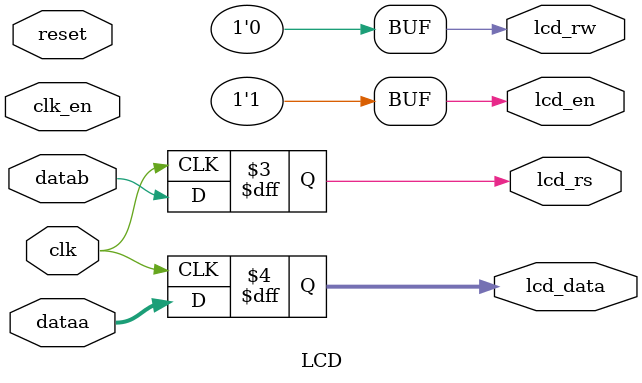
<source format=v>
module LCD (
	dataa,
	datab,
	clk,
	clk_en,
	reset,
	lcd_rs,
	lcd_rw,
	lcd_en,
	lcd_data
);

	input wire [7:0] dataa;
	input wire datab;
	input clk, clk_en, reset;
	output reg lcd_rs, lcd_rw, lcd_en;
	output reg [7:0] lcd_data;
	
	initial begin
		lcd_rw = 0;
		lcd_en = 1;
	end
	
	always @ (posedge clk) begin
		lcd_data <= dataa;
		lcd_rs <= datab;
	end
  
endmodule


</source>
